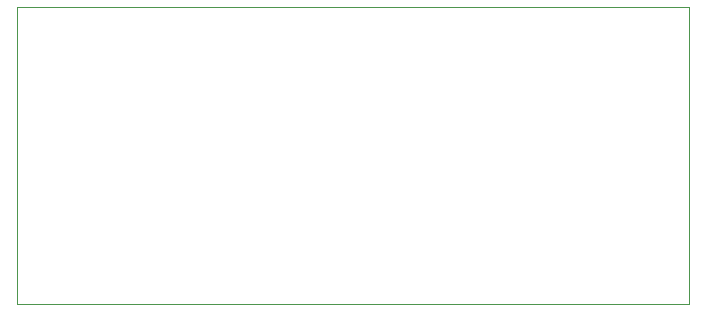
<source format=gbr>
%TF.GenerationSoftware,KiCad,Pcbnew,9.0.6*%
%TF.CreationDate,2025-12-19T13:32:14+05:30*%
%TF.ProjectId,Headphone Amplifier,48656164-7068-46f6-9e65-20416d706c69,rev?*%
%TF.SameCoordinates,Original*%
%TF.FileFunction,Profile,NP*%
%FSLAX46Y46*%
G04 Gerber Fmt 4.6, Leading zero omitted, Abs format (unit mm)*
G04 Created by KiCad (PCBNEW 9.0.6) date 2025-12-19 13:32:14*
%MOMM*%
%LPD*%
G01*
G04 APERTURE LIST*
%TA.AperFunction,Profile*%
%ADD10C,0.050000*%
%TD*%
G04 APERTURE END LIST*
D10*
X56388000Y-120396000D02*
X113284000Y-120396000D01*
X113284000Y-145542000D01*
X56388000Y-145542000D01*
X56388000Y-120396000D01*
M02*

</source>
